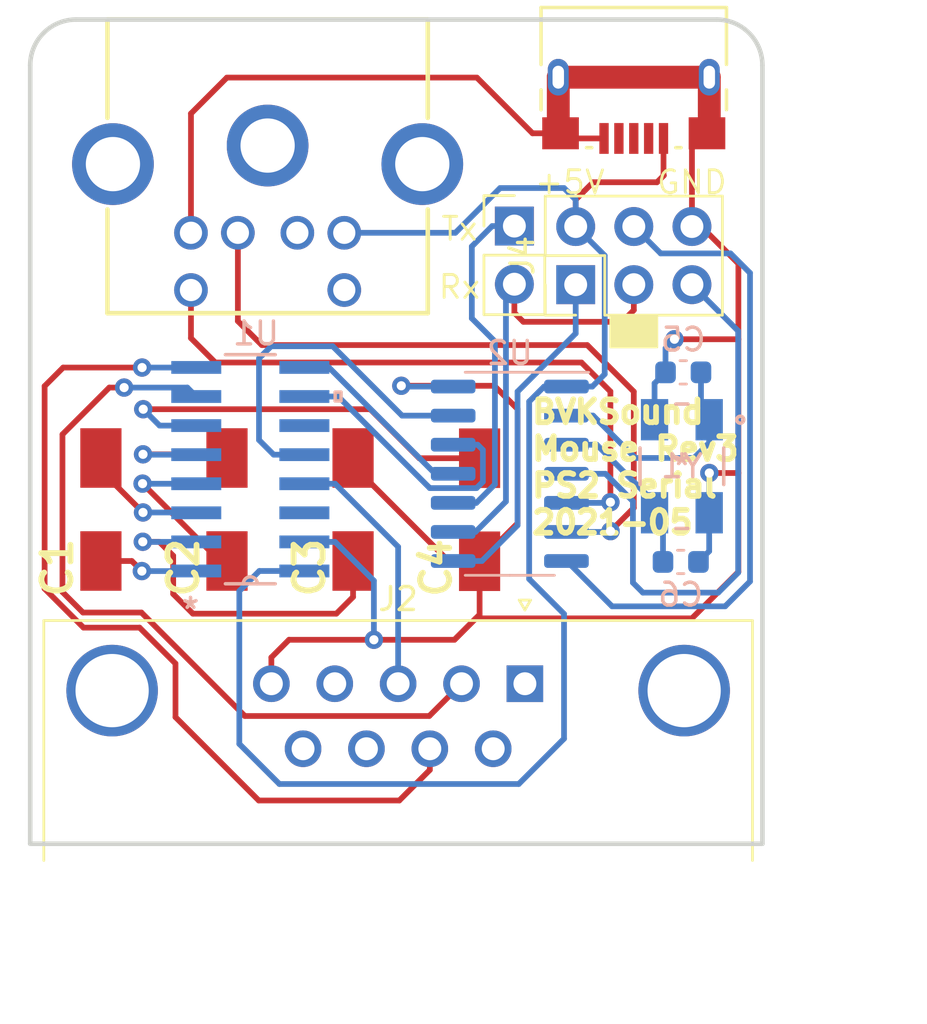
<source format=kicad_pcb>
(kicad_pcb (version 20171130) (host pcbnew "(5.1.9)-1")

  (general
    (thickness 1.6)
    (drawings 11)
    (tracks 230)
    (zones 0)
    (modules 14)
    (nets 36)
  )

  (page A4)
  (layers
    (0 F.Cu signal)
    (31 B.Cu signal)
    (32 B.Adhes user hide)
    (33 F.Adhes user hide)
    (34 B.Paste user hide)
    (35 F.Paste user hide)
    (36 B.SilkS user)
    (37 F.SilkS user)
    (38 B.Mask user)
    (39 F.Mask user)
    (40 Dwgs.User user hide)
    (41 Cmts.User user hide)
    (42 Eco1.User user hide)
    (43 Eco2.User user hide)
    (44 Edge.Cuts user)
    (45 Margin user hide)
    (46 B.CrtYd user)
    (47 F.CrtYd user)
    (48 B.Fab user hide)
    (49 F.Fab user hide)
  )

  (setup
    (last_trace_width 0.25)
    (user_trace_width 0.5)
    (user_trace_width 0.75)
    (user_trace_width 1)
    (trace_clearance 0.2)
    (zone_clearance 0.508)
    (zone_45_only no)
    (trace_min 0.2)
    (via_size 0.8)
    (via_drill 0.4)
    (via_min_size 0.4)
    (via_min_drill 0.3)
    (uvia_size 0.3)
    (uvia_drill 0.1)
    (uvias_allowed no)
    (uvia_min_size 0.2)
    (uvia_min_drill 0.1)
    (edge_width 0.05)
    (segment_width 0.2)
    (pcb_text_width 0.3)
    (pcb_text_size 1.5 1.5)
    (mod_edge_width 0.12)
    (mod_text_size 1 1)
    (mod_text_width 0.15)
    (pad_size 1.524 1.524)
    (pad_drill 0.762)
    (pad_to_mask_clearance 0)
    (aux_axis_origin 0 0)
    (visible_elements 7FFFFFFF)
    (pcbplotparams
      (layerselection 0x010fc_ffffffff)
      (usegerberextensions false)
      (usegerberattributes true)
      (usegerberadvancedattributes true)
      (creategerberjobfile true)
      (excludeedgelayer true)
      (linewidth 0.100000)
      (plotframeref false)
      (viasonmask false)
      (mode 1)
      (useauxorigin false)
      (hpglpennumber 1)
      (hpglpenspeed 20)
      (hpglpendiameter 15.000000)
      (psnegative false)
      (psa4output false)
      (plotreference true)
      (plotvalue true)
      (plotinvisibletext false)
      (padsonsilk false)
      (subtractmaskfromsilk false)
      (outputformat 1)
      (mirror false)
      (drillshape 0)
      (scaleselection 1)
      (outputdirectory "../../GERBER/"))
  )

  (net 0 "")
  (net 1 "Net-(J1-Pad2)")
  (net 2 "Net-(J1-Pad1)")
  (net 3 "Net-(J1-Pad5)")
  (net 4 "Net-(J1-Pad6)")
  (net 5 "Net-(J2-Pad9)")
  (net 6 "Net-(J2-Pad8)")
  (net 7 "Net-(J2-Pad7)")
  (net 8 "Net-(J2-Pad6)")
  (net 9 "Net-(J2-Pad4)")
  (net 10 "Net-(J2-Pad3)")
  (net 11 "Net-(J2-Pad2)")
  (net 12 "Net-(J2-Pad1)")
  (net 13 "Net-(U1-Pad11)")
  (net 14 "Net-(U1-Pad14)")
  (net 15 "Net-(J3-Pad2)")
  (net 16 "Net-(J3-Pad3)")
  (net 17 "Net-(J3-Pad4)")
  (net 18 "Net-(C1-Pad1)")
  (net 19 "Net-(C1-Pad2)")
  (net 20 "Net-(C2-Pad1)")
  (net 21 "Net-(C2-Pad2)")
  (net 22 "Net-(C3-Pad1)")
  (net 23 "Net-(C4-Pad2)")
  (net 24 "Net-(J4-Pad5)")
  (net 25 "Net-(J4-Pad4)")
  (net 26 "Net-(J4-Pad3)")
  (net 27 "Net-(J4-Pad1)")
  (net 28 GND)
  (net 29 VCC)
  (net 30 "Net-(U1-Pad9)")
  (net 31 "Net-(U1-Pad10)")
  (net 32 "Net-(U1-Pad12)")
  (net 33 "Net-(J5-Pad1)")
  (net 34 "Net-(C5-Pad1)")
  (net 35 "Net-(C6-Pad1)")

  (net_class Default "This is the default net class."
    (clearance 0.2)
    (trace_width 0.25)
    (via_dia 0.8)
    (via_drill 0.4)
    (uvia_dia 0.3)
    (uvia_drill 0.1)
    (add_net GND)
    (add_net "Net-(C1-Pad1)")
    (add_net "Net-(C1-Pad2)")
    (add_net "Net-(C2-Pad1)")
    (add_net "Net-(C2-Pad2)")
    (add_net "Net-(C3-Pad1)")
    (add_net "Net-(C4-Pad2)")
    (add_net "Net-(C5-Pad1)")
    (add_net "Net-(C6-Pad1)")
    (add_net "Net-(J1-Pad1)")
    (add_net "Net-(J1-Pad2)")
    (add_net "Net-(J1-Pad5)")
    (add_net "Net-(J1-Pad6)")
    (add_net "Net-(J2-Pad1)")
    (add_net "Net-(J2-Pad2)")
    (add_net "Net-(J2-Pad3)")
    (add_net "Net-(J2-Pad4)")
    (add_net "Net-(J2-Pad6)")
    (add_net "Net-(J2-Pad7)")
    (add_net "Net-(J2-Pad8)")
    (add_net "Net-(J2-Pad9)")
    (add_net "Net-(J3-Pad2)")
    (add_net "Net-(J3-Pad3)")
    (add_net "Net-(J3-Pad4)")
    (add_net "Net-(J4-Pad1)")
    (add_net "Net-(J4-Pad3)")
    (add_net "Net-(J4-Pad4)")
    (add_net "Net-(J4-Pad5)")
    (add_net "Net-(J5-Pad1)")
    (add_net "Net-(U1-Pad10)")
    (add_net "Net-(U1-Pad11)")
    (add_net "Net-(U1-Pad12)")
    (add_net "Net-(U1-Pad14)")
    (add_net "Net-(U1-Pad9)")
    (add_net VCC)
  )

  (module Connector_PinHeader_2.54mm:PinHeader_2x03_P2.54mm_Vertical (layer F.Cu) (tedit 609586A9) (tstamp 60957F0E)
    (at 138.94 105.82 90)
    (descr "Through hole straight pin header, 2x03, 2.54mm pitch, double rows")
    (tags "Through hole pin header THT 2x03 2.54mm double row")
    (path /6060FCC4)
    (fp_text reference J4 (at 1.27 -2.33 90) (layer F.SilkS)
      (effects (font (size 1 1) (thickness 0.15)))
    )
    (fp_text value AVR-ISP-6 (at 1.27 7.41 90) (layer F.Fab)
      (effects (font (size 1 1) (thickness 0.15)))
    )
    (fp_text user %R (at 1.27 2.54 180) (layer F.Fab)
      (effects (font (size 1 1) (thickness 0.15)))
    )
    (fp_line (start 0 -1.27) (end 3.81 -1.27) (layer F.Fab) (width 0.1))
    (fp_line (start 3.81 -1.27) (end 3.81 6.35) (layer F.Fab) (width 0.1))
    (fp_line (start 3.81 6.35) (end -1.27 6.35) (layer F.Fab) (width 0.1))
    (fp_line (start -1.27 6.35) (end -1.27 0) (layer F.Fab) (width 0.1))
    (fp_line (start -1.27 0) (end 0 -1.27) (layer F.Fab) (width 0.1))
    (fp_line (start -1.33 6.41) (end 3.87 6.41) (layer F.SilkS) (width 0.12))
    (fp_line (start -1.33 1.27) (end -1.33 6.41) (layer F.SilkS) (width 0.12))
    (fp_line (start 3.87 -1.33) (end 3.87 6.41) (layer F.SilkS) (width 0.12))
    (fp_line (start -1.33 1.27) (end 1.27 1.27) (layer F.SilkS) (width 0.12))
    (fp_line (start 1.27 1.27) (end 1.27 -1.33) (layer F.SilkS) (width 0.12))
    (fp_line (start 1.27 -1.33) (end 3.87 -1.33) (layer F.SilkS) (width 0.12))
    (fp_line (start -1.33 0) (end -1.33 -1.33) (layer F.SilkS) (width 0.12))
    (fp_line (start -1.33 -1.33) (end 0 -1.33) (layer F.SilkS) (width 0.12))
    (fp_line (start -1.8 -1.8) (end -1.8 6.85) (layer F.CrtYd) (width 0.05))
    (fp_line (start -1.8 6.85) (end 4.35 6.85) (layer F.CrtYd) (width 0.05))
    (fp_line (start 4.35 6.85) (end 4.35 -1.8) (layer F.CrtYd) (width 0.05))
    (fp_line (start 4.35 -1.8) (end -1.8 -1.8) (layer F.CrtYd) (width 0.05))
    (fp_poly (pts (xy -1.3335 3.556) (xy -2.7305 3.556) (xy -2.7305 1.524) (xy -1.3335 1.524)) (layer F.SilkS) (width 0.1))
    (pad 6 thru_hole oval (at 2.54 5.08 90) (size 1.7 1.7) (drill 1) (layers *.Cu *.Mask)
      (net 28 GND))
    (pad 5 thru_hole oval (at 0 5.08 90) (size 1.7 1.7) (drill 1) (layers *.Cu *.Mask)
      (net 24 "Net-(J4-Pad5)"))
    (pad 4 thru_hole oval (at 2.54 2.54 90) (size 1.7 1.7) (drill 1) (layers *.Cu *.Mask)
      (net 25 "Net-(J4-Pad4)"))
    (pad 3 thru_hole oval (at 0 2.54 90) (size 1.7 1.7) (drill 1) (layers *.Cu *.Mask)
      (net 26 "Net-(J4-Pad3)"))
    (pad 2 thru_hole oval (at 2.54 0 90) (size 1.7 1.7) (drill 1) (layers *.Cu *.Mask)
      (net 29 VCC))
    (pad 1 thru_hole rect (at 0 0 90) (size 1.7 1.7) (drill 1) (layers *.Cu *.Mask)
      (net 27 "Net-(J4-Pad1)"))
    (model ${KISYS3DMOD}/Connector_PinHeader_2.54mm.3dshapes/PinHeader_2x03_P2.54mm_Vertical.wrl
      (at (xyz 0 0 0))
      (scale (xyz 1 1 1))
      (rotate (xyz 0 0 0))
    )
  )

  (module BVKSound:CAPAE430X550N (layer F.Cu) (tedit 60606C8A) (tstamp 60957DFA)
    (at 134.74 115.65 90)
    (descr B-1)
    (tags "Capacitor Polarised")
    (path /6060F3C9)
    (attr smd)
    (fp_text reference C4 (at -2.54 -1.905 90) (layer F.SilkS)
      (effects (font (size 1.27 1.27) (thickness 0.254)))
    )
    (fp_text value EEE-FC1V1R0R (at 0 0 90) (layer F.SilkS) hide
      (effects (font (size 1.27 1.27) (thickness 0.254)))
    )
    (fp_text user %R (at 0 0 90) (layer F.Fab)
      (effects (font (size 1.27 1.27) (thickness 0.254)))
    )
    (fp_line (start -4.05 -2.75) (end 4.05 -2.75) (layer F.CrtYd) (width 0.05))
    (fp_line (start 4.05 -2.75) (end 4.05 2.75) (layer F.CrtYd) (width 0.05))
    (fp_line (start 4.05 2.75) (end -4.05 2.75) (layer F.CrtYd) (width 0.05))
    (fp_line (start -4.05 2.75) (end -4.05 -2.75) (layer F.CrtYd) (width 0.05))
    (fp_line (start 2.15 -2.15) (end -1.075 -2.15) (layer F.Fab) (width 0.1))
    (fp_line (start -1.075 -2.15) (end -2.15 -1.075) (layer F.Fab) (width 0.1))
    (fp_line (start -2.15 -1.075) (end -2.15 1.075) (layer F.Fab) (width 0.1))
    (fp_line (start -2.15 1.075) (end -1.075 2.15) (layer F.Fab) (width 0.1))
    (fp_line (start -1.075 2.15) (end 2.15 2.15) (layer F.Fab) (width 0.1))
    (fp_line (start 2.15 2.15) (end 2.15 -2.15) (layer F.Fab) (width 0.1))
    (pad 1 smd rect (at -2.25 0 180) (size 1.8 2.6) (layers F.Cu F.Paste F.Mask)
      (net 28 GND))
    (pad 2 smd rect (at 2.25 0 180) (size 1.8 2.6) (layers F.Cu F.Paste F.Mask)
      (net 23 "Net-(C4-Pad2)"))
    (model EEE-FC1V1R0R.stp
      (at (xyz 0 0 0))
      (scale (xyz 1 1 1))
      (rotate (xyz 0 0 0))
    )
  )

  (module BVKSound:CAPAE430X550N (layer F.Cu) (tedit 60606C8A) (tstamp 60957DE9)
    (at 129.21 115.64 90)
    (descr B-1)
    (tags "Capacitor Polarised")
    (path /6060E74F)
    (attr smd)
    (fp_text reference C3 (at -2.54 -1.905 90) (layer F.SilkS)
      (effects (font (size 1.27 1.27) (thickness 0.254)))
    )
    (fp_text value EEE-FC1V1R0R (at 0 0 90) (layer F.SilkS) hide
      (effects (font (size 1.27 1.27) (thickness 0.254)))
    )
    (fp_text user %R (at 0 0 90) (layer F.Fab)
      (effects (font (size 1.27 1.27) (thickness 0.254)))
    )
    (fp_line (start -4.05 -2.75) (end 4.05 -2.75) (layer F.CrtYd) (width 0.05))
    (fp_line (start 4.05 -2.75) (end 4.05 2.75) (layer F.CrtYd) (width 0.05))
    (fp_line (start 4.05 2.75) (end -4.05 2.75) (layer F.CrtYd) (width 0.05))
    (fp_line (start -4.05 2.75) (end -4.05 -2.75) (layer F.CrtYd) (width 0.05))
    (fp_line (start 2.15 -2.15) (end -1.075 -2.15) (layer F.Fab) (width 0.1))
    (fp_line (start -1.075 -2.15) (end -2.15 -1.075) (layer F.Fab) (width 0.1))
    (fp_line (start -2.15 -1.075) (end -2.15 1.075) (layer F.Fab) (width 0.1))
    (fp_line (start -2.15 1.075) (end -1.075 2.15) (layer F.Fab) (width 0.1))
    (fp_line (start -1.075 2.15) (end 2.15 2.15) (layer F.Fab) (width 0.1))
    (fp_line (start 2.15 2.15) (end 2.15 -2.15) (layer F.Fab) (width 0.1))
    (pad 1 smd rect (at -2.25 0 180) (size 1.8 2.6) (layers F.Cu F.Paste F.Mask)
      (net 22 "Net-(C3-Pad1)"))
    (pad 2 smd rect (at 2.25 0 180) (size 1.8 2.6) (layers F.Cu F.Paste F.Mask)
      (net 28 GND))
    (model EEE-FC1V1R0R.stp
      (at (xyz 0 0 0))
      (scale (xyz 1 1 1))
      (rotate (xyz 0 0 0))
    )
  )

  (module BVKSound:CAPAE430X550N (layer F.Cu) (tedit 60606C8A) (tstamp 60957DD8)
    (at 123.7 115.64 90)
    (descr B-1)
    (tags "Capacitor Polarised")
    (path /6060DDEB)
    (attr smd)
    (fp_text reference C2 (at -2.54 -1.905 90) (layer F.SilkS)
      (effects (font (size 1.27 1.27) (thickness 0.254)))
    )
    (fp_text value EEE-FC1V1R0R (at 0 0 90) (layer F.SilkS) hide
      (effects (font (size 1.27 1.27) (thickness 0.254)))
    )
    (fp_text user %R (at 0 0 90) (layer F.Fab)
      (effects (font (size 1.27 1.27) (thickness 0.254)))
    )
    (fp_line (start -4.05 -2.75) (end 4.05 -2.75) (layer F.CrtYd) (width 0.05))
    (fp_line (start 4.05 -2.75) (end 4.05 2.75) (layer F.CrtYd) (width 0.05))
    (fp_line (start 4.05 2.75) (end -4.05 2.75) (layer F.CrtYd) (width 0.05))
    (fp_line (start -4.05 2.75) (end -4.05 -2.75) (layer F.CrtYd) (width 0.05))
    (fp_line (start 2.15 -2.15) (end -1.075 -2.15) (layer F.Fab) (width 0.1))
    (fp_line (start -1.075 -2.15) (end -2.15 -1.075) (layer F.Fab) (width 0.1))
    (fp_line (start -2.15 -1.075) (end -2.15 1.075) (layer F.Fab) (width 0.1))
    (fp_line (start -2.15 1.075) (end -1.075 2.15) (layer F.Fab) (width 0.1))
    (fp_line (start -1.075 2.15) (end 2.15 2.15) (layer F.Fab) (width 0.1))
    (fp_line (start 2.15 2.15) (end 2.15 -2.15) (layer F.Fab) (width 0.1))
    (pad 1 smd rect (at -2.25 0 180) (size 1.8 2.6) (layers F.Cu F.Paste F.Mask)
      (net 20 "Net-(C2-Pad1)"))
    (pad 2 smd rect (at 2.25 0 180) (size 1.8 2.6) (layers F.Cu F.Paste F.Mask)
      (net 21 "Net-(C2-Pad2)"))
    (model EEE-FC1V1R0R.stp
      (at (xyz 0 0 0))
      (scale (xyz 1 1 1))
      (rotate (xyz 0 0 0))
    )
  )

  (module BVKSound:CAPAE430X550N (layer F.Cu) (tedit 60606C8A) (tstamp 60957DC7)
    (at 118.19 115.64 90)
    (descr B-1)
    (tags "Capacitor Polarised")
    (path /6060D056)
    (attr smd)
    (fp_text reference C1 (at -2.54 -1.905 90) (layer F.SilkS)
      (effects (font (size 1.27 1.27) (thickness 0.254)))
    )
    (fp_text value EEE-FC1V1R0R (at 0 0 90) (layer F.SilkS) hide
      (effects (font (size 1.27 1.27) (thickness 0.254)))
    )
    (fp_text user %R (at 0 0 90) (layer F.Fab)
      (effects (font (size 1.27 1.27) (thickness 0.254)))
    )
    (fp_line (start -4.05 -2.75) (end 4.05 -2.75) (layer F.CrtYd) (width 0.05))
    (fp_line (start 4.05 -2.75) (end 4.05 2.75) (layer F.CrtYd) (width 0.05))
    (fp_line (start 4.05 2.75) (end -4.05 2.75) (layer F.CrtYd) (width 0.05))
    (fp_line (start -4.05 2.75) (end -4.05 -2.75) (layer F.CrtYd) (width 0.05))
    (fp_line (start 2.15 -2.15) (end -1.075 -2.15) (layer F.Fab) (width 0.1))
    (fp_line (start -1.075 -2.15) (end -2.15 -1.075) (layer F.Fab) (width 0.1))
    (fp_line (start -2.15 -1.075) (end -2.15 1.075) (layer F.Fab) (width 0.1))
    (fp_line (start -2.15 1.075) (end -1.075 2.15) (layer F.Fab) (width 0.1))
    (fp_line (start -1.075 2.15) (end 2.15 2.15) (layer F.Fab) (width 0.1))
    (fp_line (start 2.15 2.15) (end 2.15 -2.15) (layer F.Fab) (width 0.1))
    (pad 1 smd rect (at -2.25 0 180) (size 1.8 2.6) (layers F.Cu F.Paste F.Mask)
      (net 18 "Net-(C1-Pad1)"))
    (pad 2 smd rect (at 2.25 0 180) (size 1.8 2.6) (layers F.Cu F.Paste F.Mask)
      (net 19 "Net-(C1-Pad2)"))
    (model EEE-FC1V1R0R.stp
      (at (xyz 0 0 0))
      (scale (xyz 1 1 1))
      (rotate (xyz 0 0 0))
    )
  )

  (module BVKSound:ABM3B-20.000MHZ (layer B.Cu) (tedit 0) (tstamp 60957FCF)
    (at 143.58 113.75 180)
    (path /6097CFF1)
    (fp_text reference Y1 (at 0 0) (layer B.SilkS)
      (effects (font (size 1 1) (thickness 0.15)) (justify mirror))
    )
    (fp_text value ABM3B-20.000MHZ (at 0 0) (layer B.SilkS) hide
      (effects (font (size 1 1) (thickness 0.15)) (justify mirror))
    )
    (fp_text user "Copyright 2016 Accelerated Designs. All rights reserved." (at 0 0) (layer Cmts.User)
      (effects (font (size 0.127 0.127) (thickness 0.002)))
    )
    (fp_text user * (at 0 0) (layer B.SilkS)
      (effects (font (size 1 1) (thickness 0.15)) (justify mirror))
    )
    (fp_text user * (at 0 0) (layer B.Fab)
      (effects (font (size 1 1) (thickness 0.15)) (justify mirror))
    )
    (fp_text user 0.047in/1.194mm (at -1.1938 5.6388) (layer Dwgs.User)
      (effects (font (size 1 1) (thickness 0.15)))
    )
    (fp_text user 0.16in/4.064mm (at -4.2418 0) (layer Dwgs.User)
      (effects (font (size 1 1) (thickness 0.15)))
    )
    (fp_text user 0.094in/2.388mm (at 0 -5.08) (layer Dwgs.User)
      (effects (font (size 1 1) (thickness 0.15)))
    )
    (fp_text user 0.071in/1.803mm (at 4.2418 2.032) (layer Dwgs.User)
      (effects (font (size 1 1) (thickness 0.15)))
    )
    (fp_arc (start 0 2.5908) (end 0.3048 2.5908) (angle -180) (layer B.Fab) (width 0.1524))
    (fp_line (start -0.26416 -2.7178) (end 0.26416 -2.7178) (layer B.SilkS) (width 0.1524))
    (fp_line (start 1.8288 -0.799748) (end 1.8288 0.799748) (layer B.SilkS) (width 0.1524))
    (fp_line (start 0.26416 2.7178) (end -0.26416 2.7178) (layer B.SilkS) (width 0.1524))
    (fp_line (start -1.8288 0.799748) (end -1.8288 -0.799748) (layer B.SilkS) (width 0.1524))
    (fp_line (start -1.7018 -2.5908) (end 1.7018 -2.5908) (layer B.Fab) (width 0.1524))
    (fp_line (start 1.7018 -2.5908) (end 1.7018 2.5908) (layer B.Fab) (width 0.1524))
    (fp_line (start 1.7018 2.5908) (end -1.7018 2.5908) (layer B.Fab) (width 0.1524))
    (fp_line (start -1.7018 2.5908) (end -1.7018 -2.5908) (layer B.Fab) (width 0.1524))
    (fp_line (start -2.0447 -2.8448) (end -2.0447 2.8448) (layer B.CrtYd) (width 0.1524))
    (fp_line (start -2.0447 2.8448) (end 2.0447 2.8448) (layer B.CrtYd) (width 0.1524))
    (fp_line (start 2.0447 2.8448) (end 2.0447 -2.8448) (layer B.CrtYd) (width 0.1524))
    (fp_line (start 2.0447 -2.8448) (end -2.0447 -2.8448) (layer B.CrtYd) (width 0.1524))
    (fp_circle (center -2.5527 2.032) (end -2.4003 2.032) (layer B.SilkS) (width 0.1524))
    (fp_circle (center -1.1557 2.032) (end -1.0287 2.032) (layer B.Fab) (width 0.1524))
    (pad 1 smd rect (at -1.1938 2.032 180) (size 1.1938 1.8034) (layers B.Cu B.Paste B.Mask)
      (net 34 "Net-(C5-Pad1)"))
    (pad 2 smd rect (at -1.1938 -2.032 180) (size 1.1938 1.8034) (layers B.Cu B.Paste B.Mask)
      (net 28 GND))
    (pad 3 smd rect (at 1.1938 -2.032 180) (size 1.1938 1.8034) (layers B.Cu B.Paste B.Mask)
      (net 35 "Net-(C6-Pad1)"))
    (pad 4 smd rect (at 1.1938 2.032 180) (size 1.1938 1.8034) (layers B.Cu B.Paste B.Mask)
      (net 28 GND))
  )

  (module Package_SO:SOIC-14_3.9x8.7mm_P1.27mm (layer B.Cu) (tedit 5D9F72B1) (tstamp 60957FB1)
    (at 136.06 114.08 180)
    (descr "SOIC, 14 Pin (JEDEC MS-012AB, https://www.analog.com/media/en/package-pcb-resources/package/pkg_pdf/soic_narrow-r/r_14.pdf), generated with kicad-footprint-generator ipc_gullwing_generator.py")
    (tags "SOIC SO")
    (path /60945B5B)
    (attr smd)
    (fp_text reference U2 (at 0 5.28) (layer B.SilkS)
      (effects (font (size 1 1) (thickness 0.15)) (justify mirror))
    )
    (fp_text value ATtiny84-20SSU (at 0 -5.28) (layer B.Fab)
      (effects (font (size 1 1) (thickness 0.15)) (justify mirror))
    )
    (fp_text user %R (at 0 0) (layer B.Fab)
      (effects (font (size 0.98 0.98) (thickness 0.15)) (justify mirror))
    )
    (fp_line (start 0 -4.435) (end 1.95 -4.435) (layer B.SilkS) (width 0.12))
    (fp_line (start 0 -4.435) (end -1.95 -4.435) (layer B.SilkS) (width 0.12))
    (fp_line (start 0 4.435) (end 1.95 4.435) (layer B.SilkS) (width 0.12))
    (fp_line (start 0 4.435) (end -3.45 4.435) (layer B.SilkS) (width 0.12))
    (fp_line (start -0.975 4.325) (end 1.95 4.325) (layer B.Fab) (width 0.1))
    (fp_line (start 1.95 4.325) (end 1.95 -4.325) (layer B.Fab) (width 0.1))
    (fp_line (start 1.95 -4.325) (end -1.95 -4.325) (layer B.Fab) (width 0.1))
    (fp_line (start -1.95 -4.325) (end -1.95 3.35) (layer B.Fab) (width 0.1))
    (fp_line (start -1.95 3.35) (end -0.975 4.325) (layer B.Fab) (width 0.1))
    (fp_line (start -3.7 4.58) (end -3.7 -4.58) (layer B.CrtYd) (width 0.05))
    (fp_line (start -3.7 -4.58) (end 3.7 -4.58) (layer B.CrtYd) (width 0.05))
    (fp_line (start 3.7 -4.58) (end 3.7 4.58) (layer B.CrtYd) (width 0.05))
    (fp_line (start 3.7 4.58) (end -3.7 4.58) (layer B.CrtYd) (width 0.05))
    (pad 14 smd roundrect (at 2.475 3.81 180) (size 1.95 0.6) (layers B.Cu B.Paste B.Mask) (roundrect_rratio 0.25)
      (net 28 GND))
    (pad 13 smd roundrect (at 2.475 2.54 180) (size 1.95 0.6) (layers B.Cu B.Paste B.Mask) (roundrect_rratio 0.25)
      (net 32 "Net-(U1-Pad12)"))
    (pad 12 smd roundrect (at 2.475 1.27 180) (size 1.95 0.6) (layers B.Cu B.Paste B.Mask) (roundrect_rratio 0.25)
      (net 31 "Net-(U1-Pad10)"))
    (pad 11 smd roundrect (at 2.475 0 180) (size 1.95 0.6) (layers B.Cu B.Paste B.Mask) (roundrect_rratio 0.25)
      (net 30 "Net-(U1-Pad9)"))
    (pad 10 smd roundrect (at 2.475 -1.27 180) (size 1.95 0.6) (layers B.Cu B.Paste B.Mask) (roundrect_rratio 0.25)
      (net 33 "Net-(J5-Pad1)"))
    (pad 9 smd roundrect (at 2.475 -2.54 180) (size 1.95 0.6) (layers B.Cu B.Paste B.Mask) (roundrect_rratio 0.25)
      (net 26 "Net-(J4-Pad3)"))
    (pad 8 smd roundrect (at 2.475 -3.81 180) (size 1.95 0.6) (layers B.Cu B.Paste B.Mask) (roundrect_rratio 0.25)
      (net 27 "Net-(J4-Pad1)"))
    (pad 7 smd roundrect (at -2.475 -3.81 180) (size 1.95 0.6) (layers B.Cu B.Paste B.Mask) (roundrect_rratio 0.25)
      (net 25 "Net-(J4-Pad4)"))
    (pad 6 smd roundrect (at -2.475 -2.54 180) (size 1.95 0.6) (layers B.Cu B.Paste B.Mask) (roundrect_rratio 0.25)
      (net 2 "Net-(J1-Pad1)"))
    (pad 5 smd roundrect (at -2.475 -1.27 180) (size 1.95 0.6) (layers B.Cu B.Paste B.Mask) (roundrect_rratio 0.25)
      (net 3 "Net-(J1-Pad5)"))
    (pad 4 smd roundrect (at -2.475 0 180) (size 1.95 0.6) (layers B.Cu B.Paste B.Mask) (roundrect_rratio 0.25)
      (net 24 "Net-(J4-Pad5)"))
    (pad 3 smd roundrect (at -2.475 1.27 180) (size 1.95 0.6) (layers B.Cu B.Paste B.Mask) (roundrect_rratio 0.25)
      (net 35 "Net-(C6-Pad1)"))
    (pad 2 smd roundrect (at -2.475 2.54 180) (size 1.95 0.6) (layers B.Cu B.Paste B.Mask) (roundrect_rratio 0.25)
      (net 34 "Net-(C5-Pad1)"))
    (pad 1 smd roundrect (at -2.475 3.81 180) (size 1.95 0.6) (layers B.Cu B.Paste B.Mask) (roundrect_rratio 0.25)
      (net 29 VCC))
    (model ${KISYS3DMOD}/Package_SO.3dshapes/SOIC-14_3.9x8.7mm_P1.27mm.wrl
      (at (xyz 0 0 0))
      (scale (xyz 1 1 1))
      (rotate (xyz 0 0 0))
    )
  )

  (module BVKSound:MAX232DR (layer B.Cu) (tedit 0) (tstamp 60957F91)
    (at 124.72 113.88)
    (path /605FC6B2)
    (fp_text reference U1 (at 0.248 -5.93) (layer B.SilkS)
      (effects (font (size 1 1) (thickness 0.15)) (justify mirror))
    )
    (fp_text value MAX232DR (at 0 0) (layer B.SilkS) hide
      (effects (font (size 1 1) (thickness 0.15)) (justify mirror))
    )
    (fp_text user "Copyright 2016 Accelerated Designs. All rights reserved." (at 0 0) (layer Cmts.User)
      (effects (font (size 0.127 0.127) (thickness 0.002)))
    )
    (fp_text user * (at -2.6162 6.1468) (layer B.SilkS)
      (effects (font (size 1 1) (thickness 0.15)) (justify mirror))
    )
    (fp_text user * (at -2.6162 6.1468) (layer B.Fab)
      (effects (font (size 1 1) (thickness 0.15)) (justify mirror))
    )
    (fp_text user .05in/1.27mm (at -5.4102 3.81) (layer Dwgs.User)
      (effects (font (size 1 1) (thickness 0.15)))
    )
    (fp_text user .022in/.559mm (at 5.4102 4.445) (layer Dwgs.User)
      (effects (font (size 1 1) (thickness 0.15)))
    )
    (fp_text user .186in/4.724mm (at 0 7.4168) (layer Dwgs.User)
      (effects (font (size 1 1) (thickness 0.15)))
    )
    (fp_text user .086in/2.184mm (at -2.3622 -7.4168) (layer Dwgs.User)
      (effects (font (size 1 1) (thickness 0.15)))
    )
    (fp_text user * (at -2.6162 6.1468) (layer B.Fab)
      (effects (font (size 1 1) (thickness 0.15)) (justify mirror))
    )
    (fp_text user * (at -2.6162 6.1468) (layer B.SilkS)
      (effects (font (size 1 1) (thickness 0.15)) (justify mirror))
    )
    (fp_arc (start 0 5.0038) (end 0.3048 5.0038) (angle -180) (layer B.SilkS) (width 0.1524))
    (fp_arc (start 0 5.0038) (end 0.3048 5.0038) (angle -180) (layer B.Fab) (width 0.1524))
    (fp_line (start -1.9939 4.191) (end -1.9939 4.699) (layer B.Fab) (width 0.1524))
    (fp_line (start -1.9939 4.699) (end -3.0988 4.699) (layer B.Fab) (width 0.1524))
    (fp_line (start -3.0988 4.699) (end -3.0988 4.191) (layer B.Fab) (width 0.1524))
    (fp_line (start -3.0988 4.191) (end -1.9939 4.191) (layer B.Fab) (width 0.1524))
    (fp_line (start -1.9939 2.921) (end -1.9939 3.429) (layer B.Fab) (width 0.1524))
    (fp_line (start -1.9939 3.429) (end -3.0988 3.429) (layer B.Fab) (width 0.1524))
    (fp_line (start -3.0988 3.429) (end -3.0988 2.921) (layer B.Fab) (width 0.1524))
    (fp_line (start -3.0988 2.921) (end -1.9939 2.921) (layer B.Fab) (width 0.1524))
    (fp_line (start -1.9939 1.651) (end -1.9939 2.159) (layer B.Fab) (width 0.1524))
    (fp_line (start -1.9939 2.159) (end -3.0988 2.159) (layer B.Fab) (width 0.1524))
    (fp_line (start -3.0988 2.159) (end -3.0988 1.651) (layer B.Fab) (width 0.1524))
    (fp_line (start -3.0988 1.651) (end -1.9939 1.651) (layer B.Fab) (width 0.1524))
    (fp_line (start -1.9939 0.381) (end -1.9939 0.889) (layer B.Fab) (width 0.1524))
    (fp_line (start -1.9939 0.889) (end -3.0988 0.889) (layer B.Fab) (width 0.1524))
    (fp_line (start -3.0988 0.889) (end -3.0988 0.381) (layer B.Fab) (width 0.1524))
    (fp_line (start -3.0988 0.381) (end -1.9939 0.381) (layer B.Fab) (width 0.1524))
    (fp_line (start -1.9939 -0.889) (end -1.9939 -0.381) (layer B.Fab) (width 0.1524))
    (fp_line (start -1.9939 -0.381) (end -3.0988 -0.381) (layer B.Fab) (width 0.1524))
    (fp_line (start -3.0988 -0.381) (end -3.0988 -0.889) (layer B.Fab) (width 0.1524))
    (fp_line (start -3.0988 -0.889) (end -1.9939 -0.889) (layer B.Fab) (width 0.1524))
    (fp_line (start -1.9939 -2.159) (end -1.9939 -1.651) (layer B.Fab) (width 0.1524))
    (fp_line (start -1.9939 -1.651) (end -3.0988 -1.651) (layer B.Fab) (width 0.1524))
    (fp_line (start -3.0988 -1.651) (end -3.0988 -2.159) (layer B.Fab) (width 0.1524))
    (fp_line (start -3.0988 -2.159) (end -1.9939 -2.159) (layer B.Fab) (width 0.1524))
    (fp_line (start -1.9939 -3.429) (end -1.9939 -2.921) (layer B.Fab) (width 0.1524))
    (fp_line (start -1.9939 -2.921) (end -3.0988 -2.921) (layer B.Fab) (width 0.1524))
    (fp_line (start -3.0988 -2.921) (end -3.0988 -3.429) (layer B.Fab) (width 0.1524))
    (fp_line (start -3.0988 -3.429) (end -1.9939 -3.429) (layer B.Fab) (width 0.1524))
    (fp_line (start -1.9939 -4.699) (end -1.9939 -4.191) (layer B.Fab) (width 0.1524))
    (fp_line (start -1.9939 -4.191) (end -3.0988 -4.191) (layer B.Fab) (width 0.1524))
    (fp_line (start -3.0988 -4.191) (end -3.0988 -4.699) (layer B.Fab) (width 0.1524))
    (fp_line (start -3.0988 -4.699) (end -1.9939 -4.699) (layer B.Fab) (width 0.1524))
    (fp_line (start 1.9939 -4.191) (end 1.9939 -4.699) (layer B.Fab) (width 0.1524))
    (fp_line (start 1.9939 -4.699) (end 3.0988 -4.699) (layer B.Fab) (width 0.1524))
    (fp_line (start 3.0988 -4.699) (end 3.0988 -4.191) (layer B.Fab) (width 0.1524))
    (fp_line (start 3.0988 -4.191) (end 1.9939 -4.191) (layer B.Fab) (width 0.1524))
    (fp_line (start 1.9939 -2.921) (end 1.9939 -3.429) (layer B.Fab) (width 0.1524))
    (fp_line (start 1.9939 -3.429) (end 3.0988 -3.429) (layer B.Fab) (width 0.1524))
    (fp_line (start 3.0988 -3.429) (end 3.0988 -2.921) (layer B.Fab) (width 0.1524))
    (fp_line (start 3.0988 -2.921) (end 1.9939 -2.921) (layer B.Fab) (width 0.1524))
    (fp_line (start 1.9939 -1.651) (end 1.9939 -2.159) (layer B.Fab) (width 0.1524))
    (fp_line (start 1.9939 -2.159) (end 3.0988 -2.159) (layer B.Fab) (width 0.1524))
    (fp_line (start 3.0988 -2.159) (end 3.0988 -1.651) (layer B.Fab) (width 0.1524))
    (fp_line (start 3.0988 -1.651) (end 1.9939 -1.651) (layer B.Fab) (width 0.1524))
    (fp_line (start 1.9939 -0.381) (end 1.9939 -0.889) (layer B.Fab) (width 0.1524))
    (fp_line (start 1.9939 -0.889) (end 3.0988 -0.889) (layer B.Fab) (width 0.1524))
    (fp_line (start 3.0988 -0.889) (end 3.0988 -0.381) (layer B.Fab) (width 0.1524))
    (fp_line (start 3.0988 -0.381) (end 1.9939 -0.381) (layer B.Fab) (width 0.1524))
    (fp_line (start 1.9939 0.889) (end 1.9939 0.381) (layer B.Fab) (width 0.1524))
    (fp_line (start 1.9939 0.381) (end 3.0988 0.381) (layer B.Fab) (width 0.1524))
    (fp_line (start 3.0988 0.381) (end 3.0988 0.889) (layer B.Fab) (width 0.1524))
    (fp_line (start 3.0988 0.889) (end 1.9939 0.889) (layer B.Fab) (width 0.1524))
    (fp_line (start 1.9939 2.159) (end 1.9939 1.651) (layer B.Fab) (width 0.1524))
    (fp_line (start 1.9939 1.651) (end 3.0988 1.651) (layer B.Fab) (width 0.1524))
    (fp_line (start 3.0988 1.651) (end 3.0988 2.159) (layer B.Fab) (width 0.1524))
    (fp_line (start 3.0988 2.159) (end 1.9939 2.159) (layer B.Fab) (width 0.1524))
    (fp_line (start 1.9939 3.429) (end 1.9939 2.921) (layer B.Fab) (width 0.1524))
    (fp_line (start 1.9939 2.921) (end 3.0988 2.921) (layer B.Fab) (width 0.1524))
    (fp_line (start 3.0988 2.921) (end 3.0988 3.429) (layer B.Fab) (width 0.1524))
    (fp_line (start 3.0988 3.429) (end 1.9939 3.429) (layer B.Fab) (width 0.1524))
    (fp_line (start 1.9939 4.699) (end 1.9939 4.191) (layer B.Fab) (width 0.1524))
    (fp_line (start 1.9939 4.191) (end 3.0988 4.191) (layer B.Fab) (width 0.1524))
    (fp_line (start 3.0988 4.191) (end 3.0988 4.699) (layer B.Fab) (width 0.1524))
    (fp_line (start 3.0988 4.699) (end 1.9939 4.699) (layer B.Fab) (width 0.1524))
    (fp_line (start -1.089303 -5.0038) (end 1.089303 -5.0038) (layer B.SilkS) (width 0.1524))
    (fp_line (start 1.089303 5.0038) (end -1.089303 5.0038) (layer B.SilkS) (width 0.1524))
    (fp_line (start -1.9939 -5.0038) (end 1.9939 -5.0038) (layer B.Fab) (width 0.1524))
    (fp_line (start 1.9939 -5.0038) (end 1.9939 5.0038) (layer B.Fab) (width 0.1524))
    (fp_line (start 1.9939 5.0038) (end -1.9939 5.0038) (layer B.Fab) (width 0.1524))
    (fp_line (start -1.9939 5.0038) (end -1.9939 -5.0038) (layer B.Fab) (width 0.1524))
    (fp_line (start 3.9624 -2.9845) (end 3.9624 -3.3655) (layer B.SilkS) (width 0.1524))
    (fp_line (start 3.9624 -3.3655) (end 3.7084 -3.3655) (layer B.SilkS) (width 0.1524))
    (fp_line (start 3.7084 -3.3655) (end 3.7084 -2.9845) (layer B.SilkS) (width 0.1524))
    (fp_line (start 3.7084 -2.9845) (end 3.9624 -2.9845) (layer B.SilkS) (width 0.1524))
    (fp_line (start -3.7084 -5.2578) (end -3.7084 5.2578) (layer B.CrtYd) (width 0.1524))
    (fp_line (start -3.7084 5.2578) (end 3.7084 5.2578) (layer B.CrtYd) (width 0.1524))
    (fp_line (start 3.7084 5.2578) (end 3.7084 -5.2578) (layer B.CrtYd) (width 0.1524))
    (fp_line (start 3.7084 -5.2578) (end -3.7084 -5.2578) (layer B.CrtYd) (width 0.1524))
    (pad 1 smd rect (at -2.3622 4.445) (size 2.1844 0.5588) (layers B.Cu B.Paste B.Mask)
      (net 18 "Net-(C1-Pad1)"))
    (pad 2 smd rect (at -2.3622 3.175) (size 2.1844 0.5588) (layers B.Cu B.Paste B.Mask)
      (net 22 "Net-(C3-Pad1)"))
    (pad 3 smd rect (at -2.3622 1.905) (size 2.1844 0.5588) (layers B.Cu B.Paste B.Mask)
      (net 19 "Net-(C1-Pad2)"))
    (pad 4 smd rect (at -2.3622 0.635) (size 2.1844 0.5588) (layers B.Cu B.Paste B.Mask)
      (net 20 "Net-(C2-Pad1)"))
    (pad 5 smd rect (at -2.3622 -0.635) (size 2.1844 0.5588) (layers B.Cu B.Paste B.Mask)
      (net 21 "Net-(C2-Pad2)"))
    (pad 6 smd rect (at -2.3622 -1.905) (size 2.1844 0.5588) (layers B.Cu B.Paste B.Mask)
      (net 23 "Net-(C4-Pad2)"))
    (pad 7 smd rect (at -2.3622 -3.175) (size 2.1844 0.5588) (layers B.Cu B.Paste B.Mask)
      (net 11 "Net-(J2-Pad2)"))
    (pad 8 smd rect (at -2.3622 -4.445) (size 2.1844 0.5588) (layers B.Cu B.Paste B.Mask)
      (net 7 "Net-(J2-Pad7)"))
    (pad 9 smd rect (at 2.3622 -4.445) (size 2.1844 0.5588) (layers B.Cu B.Paste B.Mask)
      (net 30 "Net-(U1-Pad9)"))
    (pad 10 smd rect (at 2.3622 -3.175) (size 2.1844 0.5588) (layers B.Cu B.Paste B.Mask)
      (net 31 "Net-(U1-Pad10)"))
    (pad 11 smd rect (at 2.3622 -1.905) (size 2.1844 0.5588) (layers B.Cu B.Paste B.Mask)
      (net 13 "Net-(U1-Pad11)"))
    (pad 12 smd rect (at 2.3622 -0.635) (size 2.1844 0.5588) (layers B.Cu B.Paste B.Mask)
      (net 32 "Net-(U1-Pad12)"))
    (pad 13 smd rect (at 2.3622 0.635) (size 2.1844 0.5588) (layers B.Cu B.Paste B.Mask)
      (net 10 "Net-(J2-Pad3)"))
    (pad 14 smd rect (at 2.3622 1.905) (size 2.1844 0.5588) (layers B.Cu B.Paste B.Mask)
      (net 14 "Net-(U1-Pad14)"))
    (pad 15 smd rect (at 2.3622 3.175) (size 2.1844 0.5588) (layers B.Cu B.Paste B.Mask)
      (net 28 GND))
    (pad 16 smd rect (at 2.3622 4.445) (size 2.1844 0.5588) (layers B.Cu B.Paste B.Mask)
      (net 29 VCC))
  )

  (module Connector_PinHeader_2.54mm:PinHeader_1x02_P2.54mm_Vertical (layer F.Cu) (tedit 59FED5CC) (tstamp 60957F24)
    (at 136.26 103.26)
    (descr "Through hole straight pin header, 1x02, 2.54mm pitch, single row")
    (tags "Through hole pin header THT 1x02 2.54mm single row")
    (path /60979680)
    (fp_text reference J5 (at -2.402 0.118) (layer F.SilkS) hide
      (effects (font (size 1 1) (thickness 0.15)))
    )
    (fp_text value Conn_01x02_Male (at 0 4.87) (layer F.Fab)
      (effects (font (size 1 1) (thickness 0.15)))
    )
    (fp_text user %R (at 0 1.27 90) (layer F.Fab)
      (effects (font (size 1 1) (thickness 0.15)))
    )
    (fp_line (start -0.635 -1.27) (end 1.27 -1.27) (layer F.Fab) (width 0.1))
    (fp_line (start 1.27 -1.27) (end 1.27 3.81) (layer F.Fab) (width 0.1))
    (fp_line (start 1.27 3.81) (end -1.27 3.81) (layer F.Fab) (width 0.1))
    (fp_line (start -1.27 3.81) (end -1.27 -0.635) (layer F.Fab) (width 0.1))
    (fp_line (start -1.27 -0.635) (end -0.635 -1.27) (layer F.Fab) (width 0.1))
    (fp_line (start -1.33 3.87) (end 1.33 3.87) (layer F.SilkS) (width 0.12))
    (fp_line (start -1.33 1.27) (end -1.33 3.87) (layer F.SilkS) (width 0.12))
    (fp_line (start 1.33 1.27) (end 1.33 3.87) (layer F.SilkS) (width 0.12))
    (fp_line (start -1.33 1.27) (end 1.33 1.27) (layer F.SilkS) (width 0.12))
    (fp_line (start -1.33 0) (end -1.33 -1.33) (layer F.SilkS) (width 0.12))
    (fp_line (start -1.33 -1.33) (end 0 -1.33) (layer F.SilkS) (width 0.12))
    (fp_line (start -1.8 -1.8) (end -1.8 4.35) (layer F.CrtYd) (width 0.05))
    (fp_line (start -1.8 4.35) (end 1.8 4.35) (layer F.CrtYd) (width 0.05))
    (fp_line (start 1.8 4.35) (end 1.8 -1.8) (layer F.CrtYd) (width 0.05))
    (fp_line (start 1.8 -1.8) (end -1.8 -1.8) (layer F.CrtYd) (width 0.05))
    (pad 2 thru_hole oval (at 0 2.54) (size 1.7 1.7) (drill 1) (layers *.Cu *.Mask)
      (net 26 "Net-(J4-Pad3)"))
    (pad 1 thru_hole rect (at 0 0) (size 1.7 1.7) (drill 1) (layers *.Cu *.Mask)
      (net 33 "Net-(J5-Pad1)"))
    (model ${KISYS3DMOD}/Connector_PinHeader_2.54mm.3dshapes/PinHeader_1x02_P2.54mm_Vertical.wrl
      (at (xyz 0 0 0))
      (scale (xyz 1 1 1))
      (rotate (xyz 0 0 0))
    )
  )

  (module Capacitor_SMD:C_0603_1608Metric (layer B.Cu) (tedit 5F68FEEE) (tstamp 60957E1C)
    (at 143.53 117.93)
    (descr "Capacitor SMD 0603 (1608 Metric), square (rectangular) end terminal, IPC_7351 nominal, (Body size source: IPC-SM-782 page 76, https://www.pcb-3d.com/wordpress/wp-content/uploads/ipc-sm-782a_amendment_1_and_2.pdf), generated with kicad-footprint-generator")
    (tags capacitor)
    (path /609818E0)
    (attr smd)
    (fp_text reference C6 (at 0 1.43) (layer B.SilkS)
      (effects (font (size 1 1) (thickness 0.15)) (justify mirror))
    )
    (fp_text value 22nF (at 0 -1.43) (layer B.Fab)
      (effects (font (size 1 1) (thickness 0.15)) (justify mirror))
    )
    (fp_text user %R (at 0 0) (layer B.Fab)
      (effects (font (size 0.4 0.4) (thickness 0.06)) (justify mirror))
    )
    (fp_line (start -0.8 -0.4) (end -0.8 0.4) (layer B.Fab) (width 0.1))
    (fp_line (start -0.8 0.4) (end 0.8 0.4) (layer B.Fab) (width 0.1))
    (fp_line (start 0.8 0.4) (end 0.8 -0.4) (layer B.Fab) (width 0.1))
    (fp_line (start 0.8 -0.4) (end -0.8 -0.4) (layer B.Fab) (width 0.1))
    (fp_line (start -0.14058 0.51) (end 0.14058 0.51) (layer B.SilkS) (width 0.12))
    (fp_line (start -0.14058 -0.51) (end 0.14058 -0.51) (layer B.SilkS) (width 0.12))
    (fp_line (start -1.48 -0.73) (end -1.48 0.73) (layer B.CrtYd) (width 0.05))
    (fp_line (start -1.48 0.73) (end 1.48 0.73) (layer B.CrtYd) (width 0.05))
    (fp_line (start 1.48 0.73) (end 1.48 -0.73) (layer B.CrtYd) (width 0.05))
    (fp_line (start 1.48 -0.73) (end -1.48 -0.73) (layer B.CrtYd) (width 0.05))
    (pad 2 smd roundrect (at 0.775 0) (size 0.9 0.95) (layers B.Cu B.Paste B.Mask) (roundrect_rratio 0.25)
      (net 28 GND))
    (pad 1 smd roundrect (at -0.775 0) (size 0.9 0.95) (layers B.Cu B.Paste B.Mask) (roundrect_rratio 0.25)
      (net 35 "Net-(C6-Pad1)"))
    (model ${KISYS3DMOD}/Capacitor_SMD.3dshapes/C_0603_1608Metric.wrl
      (at (xyz 0 0 0))
      (scale (xyz 1 1 1))
      (rotate (xyz 0 0 0))
    )
  )

  (module Capacitor_SMD:C_0603_1608Metric (layer B.Cu) (tedit 5F68FEEE) (tstamp 60957E0B)
    (at 143.64 109.65 180)
    (descr "Capacitor SMD 0603 (1608 Metric), square (rectangular) end terminal, IPC_7351 nominal, (Body size source: IPC-SM-782 page 76, https://www.pcb-3d.com/wordpress/wp-content/uploads/ipc-sm-782a_amendment_1_and_2.pdf), generated with kicad-footprint-generator")
    (tags capacitor)
    (path /6097FE0A)
    (attr smd)
    (fp_text reference C5 (at 0 1.43) (layer B.SilkS)
      (effects (font (size 1 1) (thickness 0.15)) (justify mirror))
    )
    (fp_text value 22nF (at 0 -1.43) (layer B.Fab)
      (effects (font (size 1 1) (thickness 0.15)) (justify mirror))
    )
    (fp_text user %R (at 0 0) (layer B.Fab)
      (effects (font (size 0.4 0.4) (thickness 0.06)) (justify mirror))
    )
    (fp_line (start -0.8 -0.4) (end -0.8 0.4) (layer B.Fab) (width 0.1))
    (fp_line (start -0.8 0.4) (end 0.8 0.4) (layer B.Fab) (width 0.1))
    (fp_line (start 0.8 0.4) (end 0.8 -0.4) (layer B.Fab) (width 0.1))
    (fp_line (start 0.8 -0.4) (end -0.8 -0.4) (layer B.Fab) (width 0.1))
    (fp_line (start -0.14058 0.51) (end 0.14058 0.51) (layer B.SilkS) (width 0.12))
    (fp_line (start -0.14058 -0.51) (end 0.14058 -0.51) (layer B.SilkS) (width 0.12))
    (fp_line (start -1.48 -0.73) (end -1.48 0.73) (layer B.CrtYd) (width 0.05))
    (fp_line (start -1.48 0.73) (end 1.48 0.73) (layer B.CrtYd) (width 0.05))
    (fp_line (start 1.48 0.73) (end 1.48 -0.73) (layer B.CrtYd) (width 0.05))
    (fp_line (start 1.48 -0.73) (end -1.48 -0.73) (layer B.CrtYd) (width 0.05))
    (pad 2 smd roundrect (at 0.775 0 180) (size 0.9 0.95) (layers B.Cu B.Paste B.Mask) (roundrect_rratio 0.25)
      (net 28 GND))
    (pad 1 smd roundrect (at -0.775 0 180) (size 0.9 0.95) (layers B.Cu B.Paste B.Mask) (roundrect_rratio 0.25)
      (net 34 "Net-(C5-Pad1)"))
    (model ${KISYS3DMOD}/Capacitor_SMD.3dshapes/C_0603_1608Metric.wrl
      (at (xyz 0 0 0))
      (scale (xyz 1 1 1))
      (rotate (xyz 0 0 0))
    )
  )

  (module BVKSound:5749180-1 (layer B.Cu) (tedit 60730A4B) (tstamp 6094C2E9)
    (at 125.476 94.234 180)
    (descr 5749180-1)
    (tags Connector)
    (path /605F82B3)
    (fp_text reference J1 (at -0.06 0.59) (layer B.SilkS) hide
      (effects (font (size 1 1) (thickness 0.15)) (justify mirror))
    )
    (fp_text value PS2_5749180-1 (at -0.22 -0.77) (layer B.SilkS) hide
      (effects (font (size 1 1) (thickness 0.15)) (justify mirror))
    )
    (fp_line (start -7 0) (end 7 0) (layer B.Fab) (width 0.2))
    (fp_line (start 7 0) (end 7 -12.83) (layer B.Fab) (width 0.2))
    (fp_line (start 7 -12.83) (end -7 -12.83) (layer B.Fab) (width 0.2))
    (fp_line (start -7 -12.83) (end -7 0) (layer B.Fab) (width 0.2))
    (fp_line (start -7 0) (end 7 0) (layer F.SilkS) (width 0.2))
    (fp_line (start 7 -12.83) (end -7 -12.83) (layer F.SilkS) (width 0.2))
    (fp_line (start -7 -12.83) (end -7 -8.3) (layer F.SilkS) (width 0.2))
    (fp_line (start -7 0) (end -7 -4.3) (layer F.SilkS) (width 0.2))
    (fp_line (start 7 0) (end 7 -4.3) (layer F.SilkS) (width 0.2))
    (fp_line (start 7 -12.83) (end 7 -8.3) (layer F.SilkS) (width 0.2))
    (fp_text user * (at 0 0) (layer B.Fab)
      (effects (font (size 1 1) (thickness 0.15)) (justify mirror))
    )
    (fp_text user "Copyright 2016 Accelerated Designs. All rights reserved." (at 0 0) (layer Cmts.User)
      (effects (font (size 0.127 0.127) (thickness 0.002)))
    )
    (fp_text user %R (at -0.399 -10.362) (layer B.Fab)
      (effects (font (size 1.27 1.27) (thickness 0.254)) (justify mirror))
    )
    (pad 1 thru_hole circle (at 1.3 -9.32 180) (size 1.47 1.47) (drill 0.97) (layers *.Cu *.Mask)
      (net 2 "Net-(J1-Pad1)"))
    (pad 2 thru_hole circle (at -1.3 -9.32 180) (size 1.47 1.47) (drill 0.97) (layers *.Cu *.Mask)
      (net 1 "Net-(J1-Pad2)"))
    (pad 3 thru_hole circle (at 3.35 -9.32 180) (size 1.47 1.47) (drill 0.97) (layers *.Cu *.Mask)
      (net 28 GND))
    (pad 4 thru_hole circle (at -3.35 -9.32 180) (size 1.47 1.47) (drill 0.97) (layers *.Cu *.Mask)
      (net 29 VCC))
    (pad 5 thru_hole circle (at 3.35 -11.82 180) (size 1.47 1.47) (drill 0.97) (layers *.Cu *.Mask)
      (net 3 "Net-(J1-Pad5)"))
    (pad 6 thru_hole circle (at -3.35 -11.82 180) (size 1.47 1.47) (drill 0.97) (layers *.Cu *.Mask)
      (net 4 "Net-(J1-Pad6)"))
    (pad 7 thru_hole circle (at -6.76 -6.32 180) (size 3.57 3.57) (drill 2.37) (layers *.Cu *.Mask))
    (pad 8 thru_hole circle (at 0 -5.51 180) (size 3.57 3.57) (drill 2.37) (layers *.Cu *.Mask))
    (pad 9 thru_hole circle (at 6.76 -6.32 180) (size 3.57 3.57) (drill 2.37) (layers *.Cu *.Mask))
    (model 5749180-1.stp
      (offset (xyz 0 -0.9200000028722876 6.489999673648245))
      (scale (xyz 1 1 1))
      (rotate (xyz -90 0 -180))
    )
  )

  (module BVKSound:10118193-0001LF (layer F.Cu) (tedit 606084B2) (tstamp 6060CBB0)
    (at 141.478 96.774 180)
    (path /6060772D)
    (fp_text reference J3 (at -4.572 -6.35) (layer F.SilkS) hide
      (effects (font (size 1 1) (thickness 0.15)))
    )
    (fp_text value "USB Micro_10118193-0001LF" (at -6.39 4.38) (layer F.SilkS) hide
      (effects (font (size 1 1) (thickness 0.15)))
    )
    (fp_circle (center -1.3 -4.563699) (end -0.919 -4.563699) (layer F.Fab) (width 0.1524))
    (fp_line (start 4.254101 -3.585799) (end -4.254101 -3.585799) (layer F.CrtYd) (width 0.1524))
    (fp_line (start 4.254101 3.1877) (end 4.254101 -3.585799) (layer F.CrtYd) (width 0.1524))
    (fp_line (start -4.254101 3.1877) (end 4.254101 3.1877) (layer F.CrtYd) (width 0.1524))
    (fp_line (start -4.254101 -3.585799) (end -4.254101 3.1877) (layer F.CrtYd) (width 0.1524))
    (fp_line (start 4.0513 -0.538417) (end 4.0513 -1.406421) (layer F.SilkS) (width 0.1524))
    (fp_line (start -4.0513 0.57102) (end -4.0513 3.0607) (layer F.SilkS) (width 0.1524))
    (fp_line (start -1.83594 -3.060699) (end -2.067161 -3.060699) (layer F.SilkS) (width 0.1524))
    (fp_line (start -3.9243 -2.933699) (end -3.9243 2.9337) (layer F.Fab) (width 0.1524))
    (fp_line (start 3.9243 -2.933699) (end -3.9243 -2.933699) (layer F.Fab) (width 0.1524))
    (fp_line (start 3.9243 2.9337) (end 3.9243 -2.933699) (layer F.Fab) (width 0.1524))
    (fp_line (start -3.9243 2.9337) (end 3.9243 2.9337) (layer F.Fab) (width 0.1524))
    (fp_line (start -4.0513 -1.406421) (end -4.0513 -0.538417) (layer F.SilkS) (width 0.1524))
    (fp_line (start 2.067161 -3.060699) (end 1.83594 -3.060699) (layer F.SilkS) (width 0.1524))
    (fp_line (start 4.0513 3.0607) (end 4.0513 0.57102) (layer F.SilkS) (width 0.1524))
    (fp_line (start -4.0513 3.0607) (end 4.0513 3.0607) (layer F.SilkS) (width 0.1524))
    (fp_text user "Copyright 2016 Accelerated Designs. All rights reserved." (at 0 0) (layer Cmts.User)
      (effects (font (size 0.127 0.127) (thickness 0.002)))
    )
    (fp_text user * (at 0 0) (layer F.SilkS) hide
      (effects (font (size 1 1) (thickness 0.15)))
    )
    (fp_text user * (at 0 0) (layer F.Fab) hide
      (effects (font (size 1 1) (thickness 0.15)))
    )
    (pad 1 smd rect (at -1.3 -2.658699 180) (size 0.4064 1.3462) (layers F.Cu F.Paste F.Mask)
      (net 29 VCC))
    (pad 2 smd rect (at -0.649999 -2.658699 180) (size 0.4064 1.3462) (layers F.Cu F.Paste F.Mask)
      (net 15 "Net-(J3-Pad2)"))
    (pad 3 smd rect (at 0 -2.658699 180) (size 0.4064 1.3462) (layers F.Cu F.Paste F.Mask)
      (net 16 "Net-(J3-Pad3)"))
    (pad 4 smd rect (at 0.649999 -2.658699 180) (size 0.4064 1.3462) (layers F.Cu F.Paste F.Mask)
      (net 17 "Net-(J3-Pad4)"))
    (pad 5 smd rect (at 1.3 -2.658699 180) (size 0.4064 1.3462) (layers F.Cu F.Paste F.Mask)
      (net 28 GND))
    (pad 5 smd rect (at -3.200001 -2.433699 180) (size 1.6002 1.397) (layers F.Cu F.Paste F.Mask)
      (net 28 GND))
    (pad 5 smd rect (at 3.200001 -2.433699 180) (size 1.6002 1.397) (layers F.Cu F.Paste F.Mask)
      (net 28 GND))
    (pad 5 thru_hole oval (at -3.299998 0.016302 270) (size 1.6002 0.9144) (drill oval 1 0.5) (layers *.Cu *.Mask)
      (net 28 GND))
    (pad 5 thru_hole oval (at 3.299998 0.016302 270) (size 1.6002 0.9144) (drill oval 1 0.5) (layers *.Cu *.Mask)
      (net 28 GND))
  )

  (module Connector_Dsub:DSUB-9_Female_Horizontal_P2.77x2.84mm_EdgePinOffset4.94mm_Housed_MountingHolesOffset7.48mm (layer F.Cu) (tedit 59FEDEE2) (tstamp 605FDFAC)
    (at 136.72 123.25)
    (descr "9-pin D-Sub connector, horizontal/angled (90 deg), THT-mount, female, pitch 2.77x2.84mm, pin-PCB-offset 4.9399999999999995mm, distance of mounting holes 25mm, distance of mounting holes to PCB edge 7.4799999999999995mm, see https://disti-assets.s3.amazonaws.com/tonar/files/datasheets/16730.pdf")
    (tags "9-pin D-Sub connector horizontal angled 90deg THT female pitch 2.77x2.84mm pin-PCB-offset 4.9399999999999995mm mounting-holes-distance 25mm mounting-hole-offset 25mm")
    (path /605F6215)
    (fp_text reference J2 (at -5.54 -3.7) (layer F.SilkS)
      (effects (font (size 1 1) (thickness 0.15)))
    )
    (fp_text value DB9_Female (at -5.54 15.85) (layer F.Fab)
      (effects (font (size 1 1) (thickness 0.15)))
    )
    (fp_line (start -20.965 -2.7) (end -20.965 7.78) (layer F.Fab) (width 0.1))
    (fp_line (start -20.965 7.78) (end 9.885 7.78) (layer F.Fab) (width 0.1))
    (fp_line (start 9.885 7.78) (end 9.885 -2.7) (layer F.Fab) (width 0.1))
    (fp_line (start 9.885 -2.7) (end -20.965 -2.7) (layer F.Fab) (width 0.1))
    (fp_line (start -20.965 7.78) (end -20.965 8.18) (layer F.Fab) (width 0.1))
    (fp_line (start -20.965 8.18) (end 9.885 8.18) (layer F.Fab) (width 0.1))
    (fp_line (start 9.885 8.18) (end 9.885 7.78) (layer F.Fab) (width 0.1))
    (fp_line (start 9.885 7.78) (end -20.965 7.78) (layer F.Fab) (width 0.1))
    (fp_line (start -13.69 8.18) (end -13.69 14.35) (layer F.Fab) (width 0.1))
    (fp_line (start -13.69 14.35) (end 2.61 14.35) (layer F.Fab) (width 0.1))
    (fp_line (start 2.61 14.35) (end 2.61 8.18) (layer F.Fab) (width 0.1))
    (fp_line (start 2.61 8.18) (end -13.69 8.18) (layer F.Fab) (width 0.1))
    (fp_line (start -20.54 8.18) (end -20.54 13.18) (layer F.Fab) (width 0.1))
    (fp_line (start -20.54 13.18) (end -15.54 13.18) (layer F.Fab) (width 0.1))
    (fp_line (start -15.54 13.18) (end -15.54 8.18) (layer F.Fab) (width 0.1))
    (fp_line (start -15.54 8.18) (end -20.54 8.18) (layer F.Fab) (width 0.1))
    (fp_line (start 4.46 8.18) (end 4.46 13.18) (layer F.Fab) (width 0.1))
    (fp_line (start 4.46 13.18) (end 9.46 13.18) (layer F.Fab) (width 0.1))
    (fp_line (start 9.46 13.18) (end 9.46 8.18) (layer F.Fab) (width 0.1))
    (fp_line (start 9.46 8.18) (end 4.46 8.18) (layer F.Fab) (width 0.1))
    (fp_line (start -19.64 7.78) (end -19.64 0.3) (layer F.Fab) (width 0.1))
    (fp_line (start -16.44 7.78) (end -16.44 0.3) (layer F.Fab) (width 0.1))
    (fp_line (start 5.36 7.78) (end 5.36 0.3) (layer F.Fab) (width 0.1))
    (fp_line (start 8.56 7.78) (end 8.56 0.3) (layer F.Fab) (width 0.1))
    (fp_line (start -21.025 7.72) (end -21.025 -2.76) (layer F.SilkS) (width 0.12))
    (fp_line (start -21.025 -2.76) (end 9.945 -2.76) (layer F.SilkS) (width 0.12))
    (fp_line (start 9.945 -2.76) (end 9.945 7.72) (layer F.SilkS) (width 0.12))
    (fp_line (start -0.25 -3.654338) (end 0.25 -3.654338) (layer F.SilkS) (width 0.12))
    (fp_line (start 0.25 -3.654338) (end 0 -3.221325) (layer F.SilkS) (width 0.12))
    (fp_line (start 0 -3.221325) (end -0.25 -3.654338) (layer F.SilkS) (width 0.12))
    (fp_line (start -21.5 -3.25) (end -21.5 14.85) (layer F.CrtYd) (width 0.05))
    (fp_line (start -21.5 14.85) (end 10.4 14.85) (layer F.CrtYd) (width 0.05))
    (fp_line (start 10.4 14.85) (end 10.4 -3.25) (layer F.CrtYd) (width 0.05))
    (fp_line (start 10.4 -3.25) (end -21.5 -3.25) (layer F.CrtYd) (width 0.05))
    (fp_text user %R (at -5.54 11.265) (layer F.Fab)
      (effects (font (size 1 1) (thickness 0.15)))
    )
    (fp_arc (start 6.96 0.3) (end 5.36 0.3) (angle 180) (layer F.Fab) (width 0.1))
    (fp_arc (start -18.04 0.3) (end -19.64 0.3) (angle 180) (layer F.Fab) (width 0.1))
    (pad 0 thru_hole circle (at 6.96 0.3) (size 4 4) (drill 3.2) (layers *.Cu *.Mask))
    (pad 0 thru_hole circle (at -18.04 0.3) (size 4 4) (drill 3.2) (layers *.Cu *.Mask))
    (pad 9 thru_hole circle (at -9.695 2.84) (size 1.6 1.6) (drill 1) (layers *.Cu *.Mask)
      (net 5 "Net-(J2-Pad9)"))
    (pad 8 thru_hole circle (at -6.925 2.84) (size 1.6 1.6) (drill 1) (layers *.Cu *.Mask)
      (net 6 "Net-(J2-Pad8)"))
    (pad 7 thru_hole circle (at -4.155 2.84) (size 1.6 1.6) (drill 1) (layers *.Cu *.Mask)
      (net 7 "Net-(J2-Pad7)"))
    (pad 6 thru_hole circle (at -1.385 2.84) (size 1.6 1.6) (drill 1) (layers *.Cu *.Mask)
      (net 8 "Net-(J2-Pad6)"))
    (pad 5 thru_hole circle (at -11.08 0) (size 1.6 1.6) (drill 1) (layers *.Cu *.Mask)
      (net 28 GND))
    (pad 4 thru_hole circle (at -8.31 0) (size 1.6 1.6) (drill 1) (layers *.Cu *.Mask)
      (net 9 "Net-(J2-Pad4)"))
    (pad 3 thru_hole circle (at -5.54 0) (size 1.6 1.6) (drill 1) (layers *.Cu *.Mask)
      (net 10 "Net-(J2-Pad3)"))
    (pad 2 thru_hole circle (at -2.77 0) (size 1.6 1.6) (drill 1) (layers *.Cu *.Mask)
      (net 11 "Net-(J2-Pad2)"))
    (pad 1 thru_hole rect (at 0 0) (size 1.6 1.6) (drill 1) (layers *.Cu *.Mask)
      (net 12 "Net-(J2-Pad1)"))
    (model ${KISYS3DMOD}/Connector_Dsub.3dshapes/DSUB-9_Female_Horizontal_P2.77x2.84mm_EdgePinOffset4.94mm_Housed_MountingHolesOffset7.48mm.wrl
      (at (xyz 0 0 0))
      (scale (xyz 1 1 1))
      (rotate (xyz 0 0 0))
    )
  )

  (gr_text Rx (at 133.858 105.918) (layer F.SilkS) (tstamp 6095A716)
    (effects (font (size 1 1) (thickness 0.125)))
  )
  (gr_text Tx (at 133.858 103.378) (layer F.SilkS) (tstamp 6095A70D)
    (effects (font (size 1 1) (thickness 0.125)))
  )
  (gr_line (start 147.1 96.240001) (end 147.1 130.24) (layer Edge.Cuts) (width 0.2))
  (gr_line (start 117.1 94.24) (end 145.099999 94.24) (layer Edge.Cuts) (width 0.2))
  (gr_line (start 147.1 130.24) (end 115.1 130.24) (layer Edge.Cuts) (width 0.2))
  (gr_arc (start 145.099999 96.24) (end 147.1 96.240001) (angle -90) (layer Edge.Cuts) (width 0.2))
  (gr_line (start 115.1 130.24) (end 115.1 96.24) (layer Edge.Cuts) (width 0.2))
  (gr_arc (start 117.1 96.24) (end 117.1 94.24) (angle -90) (layer Edge.Cuts) (width 0.2))
  (gr_text GND (at 144.018 101.346) (layer F.SilkS)
    (effects (font (size 1 1) (thickness 0.125)))
  )
  (gr_text +5V (at 138.684 101.346) (layer F.SilkS)
    (effects (font (size 1 1) (thickness 0.125)))
  )
  (gr_text "BVKSound\nMouse Rev3\nPS2 Serial\n2021-05" (at 136.906 113.792) (layer F.SilkS)
    (effects (font (size 1 1) (thickness 0.25)) (justify left))
  )

  (segment (start 138.535 116.62) (end 140.428002 116.62) (width 0.25) (layer B.Cu) (net 2))
  (via (at 140.462002 116.586) (size 0.8) (drill 0.4) (layers F.Cu B.Cu) (net 2))
  (segment (start 140.428002 116.62) (end 140.462002 116.586) (width 0.25) (layer B.Cu) (net 2))
  (segment (start 141.478 110.49) (end 141.478 115.570002) (width 0.25) (layer F.Cu) (net 2))
  (segment (start 141.478 115.570002) (end 140.462002 116.586) (width 0.25) (layer F.Cu) (net 2))
  (segment (start 125.222 108.458) (end 139.446 108.458) (width 0.25) (layer F.Cu) (net 2))
  (segment (start 124.176 107.412) (end 125.222 108.458) (width 0.25) (layer F.Cu) (net 2))
  (segment (start 139.446 108.458) (end 141.478 110.49) (width 0.25) (layer F.Cu) (net 2))
  (segment (start 124.176 103.554) (end 124.176 107.412) (width 0.25) (layer F.Cu) (net 2))
  (via (at 140.457347 115.320653) (size 0.8) (drill 0.4) (layers F.Cu B.Cu) (net 3))
  (segment (start 140.428 115.35) (end 140.457347 115.320653) (width 0.25) (layer B.Cu) (net 3))
  (segment (start 138.535 115.35) (end 140.428 115.35) (width 0.25) (layer B.Cu) (net 3))
  (segment (start 140.457347 110.485347) (end 140.457347 115.320653) (width 0.25) (layer F.Cu) (net 3))
  (segment (start 139.192 109.22) (end 140.457347 110.485347) (width 0.25) (layer F.Cu) (net 3))
  (segment (start 122.126 108.156) (end 123.19 109.22) (width 0.25) (layer F.Cu) (net 3))
  (segment (start 123.19 109.22) (end 139.192 109.22) (width 0.25) (layer F.Cu) (net 3))
  (segment (start 122.126 106.054) (end 122.126 108.156) (width 0.25) (layer F.Cu) (net 3))
  (via (at 119.99 109.44) (size 0.8) (drill 0.4) (layers F.Cu B.Cu) (net 7))
  (segment (start 122.3528 109.44) (end 122.3578 109.435) (width 0.25) (layer B.Cu) (net 7))
  (segment (start 119.99 109.44) (end 122.3528 109.44) (width 0.25) (layer B.Cu) (net 7))
  (segment (start 115.73 110.25) (end 116.54 109.44) (width 0.25) (layer F.Cu) (net 7))
  (segment (start 117.43 120.8) (end 115.73 119.1) (width 0.25) (layer F.Cu) (net 7))
  (segment (start 119.88 120.8) (end 117.43 120.8) (width 0.25) (layer F.Cu) (net 7))
  (segment (start 121.45 122.37) (end 119.88 120.8) (width 0.25) (layer F.Cu) (net 7))
  (segment (start 121.45 124.71) (end 121.45 122.37) (width 0.25) (layer F.Cu) (net 7))
  (segment (start 115.73 119.1) (end 115.73 110.25) (width 0.25) (layer F.Cu) (net 7))
  (segment (start 131.23 128.35) (end 125.09 128.35) (width 0.25) (layer F.Cu) (net 7))
  (segment (start 132.565 127.015) (end 131.23 128.35) (width 0.25) (layer F.Cu) (net 7))
  (segment (start 116.54 109.44) (end 119.99 109.44) (width 0.25) (layer F.Cu) (net 7))
  (segment (start 125.09 128.35) (end 121.45 124.71) (width 0.25) (layer F.Cu) (net 7))
  (segment (start 132.565 126.09) (end 132.565 127.015) (width 0.25) (layer F.Cu) (net 7))
  (segment (start 131.18 117.2706) (end 131.18 123.25) (width 0.25) (layer B.Cu) (net 10))
  (segment (start 128.4244 114.515) (end 131.18 117.2706) (width 0.25) (layer B.Cu) (net 10))
  (segment (start 127.0822 114.515) (end 128.4244 114.515) (width 0.25) (layer B.Cu) (net 10))
  (segment (start 121.967102 110.314302) (end 119.204113 110.314302) (width 0.25) (layer B.Cu) (net 11))
  (via (at 119.204113 110.314302) (size 0.8) (drill 0.4) (layers F.Cu B.Cu) (net 11))
  (segment (start 122.3578 110.705) (end 121.967102 110.314302) (width 0.25) (layer B.Cu) (net 11))
  (segment (start 132.54 124.66) (end 133.95 123.25) (width 0.25) (layer F.Cu) (net 11))
  (segment (start 124.48 124.66) (end 132.54 124.66) (width 0.25) (layer F.Cu) (net 11))
  (segment (start 117.40641 120.14) (end 119.96 120.14) (width 0.25) (layer F.Cu) (net 11))
  (segment (start 119.96 120.14) (end 124.48 124.66) (width 0.25) (layer F.Cu) (net 11))
  (segment (start 116.51 119.24359) (end 117.40641 120.14) (width 0.25) (layer F.Cu) (net 11))
  (segment (start 118.555698 110.314302) (end 116.51 112.36) (width 0.25) (layer F.Cu) (net 11))
  (segment (start 116.51 112.36) (end 116.51 119.24359) (width 0.25) (layer F.Cu) (net 11))
  (segment (start 119.204113 110.314302) (end 118.555698 110.314302) (width 0.25) (layer F.Cu) (net 11))
  (via (at 119.98 118.33) (size 0.8) (drill 0.4) (layers F.Cu B.Cu) (net 18))
  (segment (start 119.54 117.89) (end 119.98 118.33) (width 0.25) (layer F.Cu) (net 18))
  (segment (start 118.19 117.89) (end 119.54 117.89) (width 0.25) (layer F.Cu) (net 18))
  (segment (start 122.3528 118.33) (end 122.3578 118.325) (width 0.25) (layer B.Cu) (net 18))
  (segment (start 119.98 118.33) (end 122.3528 118.33) (width 0.25) (layer B.Cu) (net 18))
  (via (at 120.03 115.77) (size 0.8) (drill 0.4) (layers F.Cu B.Cu) (net 19))
  (segment (start 118.19 113.93) (end 120.03 115.77) (width 0.25) (layer F.Cu) (net 19))
  (segment (start 118.19 113.39) (end 118.19 113.93) (width 0.25) (layer F.Cu) (net 19))
  (segment (start 122.3428 115.77) (end 122.3578 115.785) (width 0.25) (layer B.Cu) (net 19))
  (segment (start 120.03 115.77) (end 122.3428 115.77) (width 0.25) (layer B.Cu) (net 19))
  (via (at 120.01 114.51) (size 0.8) (drill 0.4) (layers F.Cu B.Cu) (net 20))
  (segment (start 120.015 114.515) (end 120.01 114.51) (width 0.25) (layer B.Cu) (net 20))
  (segment (start 122.3578 114.515) (end 120.015 114.515) (width 0.25) (layer B.Cu) (net 20))
  (segment (start 123.39 117.89) (end 123.7 117.89) (width 0.25) (layer F.Cu) (net 20))
  (segment (start 120.01 114.51) (end 123.39 117.89) (width 0.25) (layer F.Cu) (net 20))
  (via (at 120.03 113.23) (size 0.8) (drill 0.4) (layers F.Cu B.Cu) (net 21))
  (segment (start 120.045 113.245) (end 120.03 113.23) (width 0.25) (layer B.Cu) (net 21))
  (segment (start 122.3578 113.245) (end 120.045 113.245) (width 0.25) (layer B.Cu) (net 21))
  (segment (start 123.54 113.23) (end 123.7 113.39) (width 0.25) (layer F.Cu) (net 21))
  (segment (start 120.03 113.23) (end 123.54 113.23) (width 0.25) (layer F.Cu) (net 21))
  (via (at 120.02 117.05) (size 0.8) (drill 0.4) (layers F.Cu B.Cu) (net 22))
  (segment (start 120.025 117.055) (end 120.02 117.05) (width 0.25) (layer B.Cu) (net 22))
  (segment (start 122.3578 117.055) (end 120.025 117.055) (width 0.25) (layer B.Cu) (net 22))
  (segment (start 129.21 119.46) (end 129.21 117.89) (width 0.25) (layer F.Cu) (net 22))
  (segment (start 128.48 120.19) (end 129.21 119.46) (width 0.25) (layer F.Cu) (net 22))
  (segment (start 122.21 120.19) (end 128.48 120.19) (width 0.25) (layer F.Cu) (net 22))
  (segment (start 121.35 117.66) (end 121.35 119.33) (width 0.25) (layer F.Cu) (net 22))
  (segment (start 121.35 119.33) (end 122.21 120.19) (width 0.25) (layer F.Cu) (net 22))
  (segment (start 120.74 117.05) (end 121.35 117.66) (width 0.25) (layer F.Cu) (net 22))
  (segment (start 120.02 117.05) (end 120.74 117.05) (width 0.25) (layer F.Cu) (net 22))
  (segment (start 134.74 113.4) (end 132.1 113.4) (width 0.25) (layer F.Cu) (net 23))
  (via (at 120.04 111.26) (size 0.8) (drill 0.4) (layers F.Cu B.Cu) (net 23))
  (segment (start 129.96 111.26) (end 120.04 111.26) (width 0.25) (layer F.Cu) (net 23))
  (segment (start 132.1 113.4) (end 129.96 111.26) (width 0.25) (layer F.Cu) (net 23))
  (segment (start 120.755 111.975) (end 122.3578 111.975) (width 0.25) (layer B.Cu) (net 23))
  (segment (start 120.04 111.26) (end 120.755 111.975) (width 0.25) (layer B.Cu) (net 23))
  (segment (start 146.04 107.84) (end 144.02 105.82) (width 0.25) (layer B.Cu) (net 24))
  (segment (start 146.04 118.4) (end 146.04 107.84) (width 0.25) (layer B.Cu) (net 24))
  (segment (start 145.17 119.27) (end 146.04 118.4) (width 0.25) (layer B.Cu) (net 24))
  (segment (start 141.876 119.27) (end 145.17 119.27) (width 0.25) (layer B.Cu) (net 24))
  (segment (start 141.441001 118.835001) (end 141.876 119.27) (width 0.25) (layer B.Cu) (net 24))
  (segment (start 141.441001 115.279001) (end 141.441001 118.835001) (width 0.25) (layer B.Cu) (net 24))
  (segment (start 140.242 114.08) (end 141.441001 115.279001) (width 0.25) (layer B.Cu) (net 24))
  (segment (start 138.535 114.08) (end 140.242 114.08) (width 0.25) (layer B.Cu) (net 24))
  (segment (start 142.655001 104.455001) (end 141.48 103.28) (width 0.25) (layer B.Cu) (net 25))
  (segment (start 146.558 105.308) (end 145.705001 104.455001) (width 0.25) (layer B.Cu) (net 25))
  (segment (start 145.47 119.87) (end 146.558 118.782) (width 0.25) (layer B.Cu) (net 25))
  (segment (start 146.558 118.782) (end 146.558 105.308) (width 0.25) (layer B.Cu) (net 25))
  (segment (start 140.53 119.87) (end 145.47 119.87) (width 0.25) (layer B.Cu) (net 25))
  (segment (start 138.55 117.89) (end 140.53 119.87) (width 0.25) (layer B.Cu) (net 25))
  (segment (start 145.705001 104.455001) (end 142.655001 104.455001) (width 0.25) (layer B.Cu) (net 25))
  (segment (start 138.535 117.89) (end 138.55 117.89) (width 0.25) (layer B.Cu) (net 25))
  (segment (start 141.48 106.932) (end 141.48 105.82) (width 0.25) (layer F.Cu) (net 26))
  (segment (start 140.97 107.442) (end 141.48 106.932) (width 0.25) (layer F.Cu) (net 26))
  (segment (start 136.652 107.442) (end 140.97 107.442) (width 0.25) (layer F.Cu) (net 26))
  (segment (start 136.26 107.05) (end 136.652 107.442) (width 0.25) (layer F.Cu) (net 26))
  (segment (start 136.26 105.8) (end 136.26 107.05) (width 0.25) (layer F.Cu) (net 26))
  (segment (start 135.89 106.17) (end 136.26 105.8) (width 0.25) (layer B.Cu) (net 26))
  (segment (start 135.89 115.29) (end 135.89 106.17) (width 0.25) (layer B.Cu) (net 26))
  (segment (start 134.56 116.62) (end 135.89 115.29) (width 0.25) (layer B.Cu) (net 26))
  (segment (start 133.585 116.62) (end 134.56 116.62) (width 0.25) (layer B.Cu) (net 26))
  (segment (start 138.94 107.95) (end 138.94 105.82) (width 0.25) (layer B.Cu) (net 27))
  (segment (start 136.398 116.332) (end 136.398 110.492) (width 0.25) (layer B.Cu) (net 27))
  (segment (start 134.84 117.89) (end 136.398 116.332) (width 0.25) (layer B.Cu) (net 27))
  (segment (start 136.398 110.492) (end 138.94 107.95) (width 0.25) (layer B.Cu) (net 27))
  (segment (start 133.585 117.89) (end 134.84 117.89) (width 0.25) (layer B.Cu) (net 27))
  (segment (start 142.3862 110.1288) (end 142.865 109.65) (width 0.25) (layer B.Cu) (net 28))
  (segment (start 142.3862 111.718) (end 142.3862 110.1288) (width 0.25) (layer B.Cu) (net 28))
  (segment (start 144.7738 117.4612) (end 144.305 117.93) (width 0.25) (layer B.Cu) (net 28))
  (segment (start 144.7738 115.782) (end 144.7738 117.4612) (width 0.25) (layer B.Cu) (net 28))
  (segment (start 144.02 99.2437) (end 144.690001 98.573699) (width 0.25) (layer F.Cu) (net 28))
  (segment (start 125.64 122.1) (end 125.64 123.25) (width 0.25) (layer F.Cu) (net 28))
  (segment (start 126.41 121.33) (end 125.64 122.1) (width 0.25) (layer F.Cu) (net 28))
  (segment (start 134.74 120.23) (end 133.64 121.33) (width 0.25) (layer F.Cu) (net 28))
  (segment (start 134.74 117.9) (end 134.74 120.23) (width 0.25) (layer F.Cu) (net 28))
  (via (at 130.12 121.33) (size 0.8) (drill 0.4) (layers F.Cu B.Cu) (net 28))
  (segment (start 130.12 118.7506) (end 130.12 121.33) (width 0.25) (layer B.Cu) (net 28))
  (segment (start 130.12 121.33) (end 126.41 121.33) (width 0.25) (layer F.Cu) (net 28))
  (segment (start 128.4244 117.055) (end 130.12 118.7506) (width 0.25) (layer B.Cu) (net 28))
  (segment (start 127.0822 117.055) (end 128.4244 117.055) (width 0.25) (layer B.Cu) (net 28))
  (segment (start 133.64 121.33) (end 130.12 121.33) (width 0.25) (layer F.Cu) (net 28))
  (segment (start 144.018 120.396) (end 146.05 118.364) (width 0.25) (layer F.Cu) (net 28))
  (segment (start 134.574 120.396) (end 144.018 120.396) (width 0.25) (layer F.Cu) (net 28))
  (segment (start 133.64 121.33) (end 134.574 120.396) (width 0.25) (layer F.Cu) (net 28))
  (via (at 144.78 114.046) (size 0.8) (drill 0.4) (layers F.Cu B.Cu) (net 28))
  (segment (start 144.7738 114.0522) (end 144.78 114.046) (width 0.25) (layer B.Cu) (net 28))
  (segment (start 144.7738 115.782) (end 144.7738 114.0522) (width 0.25) (layer B.Cu) (net 28))
  (segment (start 144.78 114.046) (end 146.05 114.046) (width 0.25) (layer F.Cu) (net 28))
  (segment (start 146.05 118.364) (end 146.05 114.046) (width 0.25) (layer F.Cu) (net 28))
  (via (at 143.256 108.204) (size 0.8) (drill 0.4) (layers F.Cu B.Cu) (net 28))
  (segment (start 142.865 108.595) (end 143.256 108.204) (width 0.25) (layer B.Cu) (net 28))
  (segment (start 142.865 109.65) (end 142.865 108.595) (width 0.25) (layer B.Cu) (net 28))
  (segment (start 143.256 108.204) (end 146.05 108.204) (width 0.25) (layer F.Cu) (net 28))
  (segment (start 146.05 114.046) (end 146.05 108.204) (width 0.25) (layer F.Cu) (net 28))
  (via (at 131.318 110.236) (size 0.8) (drill 0.4) (layers F.Cu B.Cu) (net 28))
  (segment (start 131.352 110.27) (end 131.318 110.236) (width 0.25) (layer B.Cu) (net 28))
  (segment (start 133.585 110.27) (end 131.352 110.27) (width 0.25) (layer B.Cu) (net 28))
  (segment (start 136.398 116.242) (end 134.74 117.9) (width 0.25) (layer F.Cu) (net 28))
  (segment (start 136.398 111.252) (end 136.398 116.242) (width 0.25) (layer F.Cu) (net 28))
  (segment (start 135.382 110.236) (end 136.398 111.252) (width 0.25) (layer F.Cu) (net 28))
  (segment (start 131.318 110.236) (end 135.382 110.236) (width 0.25) (layer F.Cu) (net 28))
  (segment (start 133.394 117.9) (end 134.74 117.9) (width 0.25) (layer F.Cu) (net 28))
  (segment (start 129.21 113.716) (end 133.394 117.9) (width 0.25) (layer F.Cu) (net 28))
  (segment (start 129.21 113.39) (end 129.21 113.716) (width 0.25) (layer F.Cu) (net 28))
  (segment (start 144.428 103.28) (end 144.02 103.28) (width 0.25) (layer F.Cu) (net 28))
  (segment (start 146.05 104.902) (end 144.428 103.28) (width 0.25) (layer F.Cu) (net 28))
  (segment (start 146.05 108.204) (end 146.05 104.902) (width 0.25) (layer F.Cu) (net 28))
  (segment (start 138.178002 99.107702) (end 138.277999 99.207699) (width 1) (layer F.Cu) (net 28))
  (segment (start 138.178002 96.757698) (end 138.178002 99.107702) (width 1) (layer F.Cu) (net 28))
  (segment (start 144.777998 99.107702) (end 144.678001 99.207699) (width 1) (layer F.Cu) (net 28))
  (segment (start 144.777998 96.757698) (end 144.777998 99.107702) (width 1) (layer F.Cu) (net 28))
  (segment (start 138.178002 96.757698) (end 144.777998 96.757698) (width 1) (layer F.Cu) (net 28))
  (segment (start 122.126 98.346) (end 122.126 103.554) (width 0.25) (layer F.Cu) (net 28))
  (segment (start 123.698 96.774) (end 122.126 98.346) (width 0.25) (layer F.Cu) (net 28))
  (segment (start 134.62 96.774) (end 123.698 96.774) (width 0.25) (layer F.Cu) (net 28))
  (segment (start 137.053699 99.207699) (end 134.62 96.774) (width 0.25) (layer F.Cu) (net 28))
  (segment (start 138.277999 99.207699) (end 137.053699 99.207699) (width 0.25) (layer F.Cu) (net 28))
  (segment (start 138.502999 99.432699) (end 138.277999 99.207699) (width 0.25) (layer F.Cu) (net 28))
  (segment (start 140.178 99.432699) (end 138.502999 99.432699) (width 0.25) (layer F.Cu) (net 28))
  (segment (start 144.02 99.8657) (end 144.678001 99.207699) (width 0.25) (layer F.Cu) (net 28))
  (segment (start 144.02 103.28) (end 144.02 99.8657) (width 0.25) (layer F.Cu) (net 28))
  (segment (start 140.208 104.548) (end 138.94 103.28) (width 0.25) (layer B.Cu) (net 29))
  (segment (start 140.208 109.728) (end 140.208 104.548) (width 0.25) (layer B.Cu) (net 29))
  (segment (start 139.666 110.27) (end 140.208 109.728) (width 0.25) (layer B.Cu) (net 29))
  (segment (start 138.535 110.27) (end 139.666 110.27) (width 0.25) (layer B.Cu) (net 29))
  (segment (start 142.494 101.346) (end 142.79 101.05) (width 0.25) (layer F.Cu) (net 29))
  (segment (start 139.7 101.346) (end 142.494 101.346) (width 0.25) (layer F.Cu) (net 29))
  (segment (start 138.94 102.106) (end 139.7 101.346) (width 0.25) (layer F.Cu) (net 29))
  (segment (start 138.94 103.28) (end 138.94 102.106) (width 0.25) (layer F.Cu) (net 29))
  (segment (start 136.906 110.924) (end 137.56 110.27) (width 0.25) (layer B.Cu) (net 29))
  (segment (start 137.56 110.27) (end 138.535 110.27) (width 0.25) (layer B.Cu) (net 29))
  (segment (start 136.906 118.676) (end 136.906 110.924) (width 0.25) (layer B.Cu) (net 29))
  (segment (start 138.43 120.2) (end 136.906 118.676) (width 0.25) (layer B.Cu) (net 29))
  (segment (start 138.43 125.65) (end 138.43 120.2) (width 0.25) (layer B.Cu) (net 29))
  (segment (start 125.99 127.63) (end 136.45 127.63) (width 0.25) (layer B.Cu) (net 29))
  (segment (start 136.45 127.63) (end 138.43 125.65) (width 0.25) (layer B.Cu) (net 29))
  (segment (start 124.24 125.88) (end 125.99 127.63) (width 0.25) (layer B.Cu) (net 29))
  (segment (start 124.24 119.199) (end 124.24 125.88) (width 0.25) (layer B.Cu) (net 29))
  (segment (start 125.114 118.325) (end 124.24 119.199) (width 0.25) (layer B.Cu) (net 29))
  (segment (start 127.0822 118.325) (end 125.114 118.325) (width 0.25) (layer B.Cu) (net 29))
  (segment (start 138.94 102.11) (end 138.94 103.28) (width 0.25) (layer B.Cu) (net 29))
  (segment (start 138.43 101.6) (end 138.94 102.11) (width 0.25) (layer B.Cu) (net 29))
  (segment (start 135.634998 101.6) (end 138.43 101.6) (width 0.25) (layer B.Cu) (net 29))
  (segment (start 133.680998 103.554) (end 135.634998 101.6) (width 0.25) (layer B.Cu) (net 29))
  (segment (start 128.826 103.554) (end 133.680998 103.554) (width 0.25) (layer B.Cu) (net 29))
  (segment (start 142.778 101.038) (end 142.79 101.05) (width 0.25) (layer F.Cu) (net 29))
  (segment (start 142.778 99.432699) (end 142.778 101.038) (width 0.25) (layer F.Cu) (net 29))
  (segment (start 132.8 114.08) (end 133.585 114.08) (width 0.25) (layer B.Cu) (net 30))
  (segment (start 128.155 109.435) (end 132.8 114.08) (width 0.25) (layer B.Cu) (net 30))
  (segment (start 127.0822 109.435) (end 128.155 109.435) (width 0.25) (layer B.Cu) (net 30))
  (segment (start 134.654 112.81) (end 133.585 112.81) (width 0.25) (layer B.Cu) (net 31))
  (segment (start 134.88501 113.04101) (end 134.654 112.81) (width 0.25) (layer B.Cu) (net 31))
  (segment (start 134.88501 114.426758) (end 134.88501 113.04101) (width 0.25) (layer B.Cu) (net 31))
  (segment (start 134.606758 114.70501) (end 134.88501 114.426758) (width 0.25) (layer B.Cu) (net 31))
  (segment (start 132.563242 114.70501) (end 134.606758 114.70501) (width 0.25) (layer B.Cu) (net 31))
  (segment (start 128.563232 110.705) (end 132.563242 114.70501) (width 0.25) (layer B.Cu) (net 31))
  (segment (start 127.0822 110.705) (end 128.563232 110.705) (width 0.25) (layer B.Cu) (net 31))
  (segment (start 131.352 111.54) (end 133.585 111.54) (width 0.25) (layer B.Cu) (net 32))
  (segment (start 128.322 108.51) (end 131.352 111.54) (width 0.25) (layer B.Cu) (net 32))
  (segment (start 125.63 108.51) (end 128.322 108.51) (width 0.25) (layer B.Cu) (net 32))
  (segment (start 125.1 109.04) (end 125.63 108.51) (width 0.25) (layer B.Cu) (net 32))
  (segment (start 125.1 112.605) (end 125.1 109.04) (width 0.25) (layer B.Cu) (net 32))
  (segment (start 125.74 113.245) (end 125.1 112.605) (width 0.25) (layer B.Cu) (net 32))
  (segment (start 127.0822 113.245) (end 125.74 113.245) (width 0.25) (layer B.Cu) (net 32))
  (segment (start 134.4 104.15) (end 135.29 103.26) (width 0.25) (layer B.Cu) (net 33))
  (segment (start 134.4 107.29) (end 134.4 104.15) (width 0.25) (layer B.Cu) (net 33))
  (segment (start 135.40997 108.29997) (end 134.4 107.29) (width 0.25) (layer B.Cu) (net 33))
  (segment (start 135.40997 114.538208) (end 135.40997 108.29997) (width 0.25) (layer B.Cu) (net 33))
  (segment (start 134.598178 115.35) (end 135.40997 114.538208) (width 0.25) (layer B.Cu) (net 33))
  (segment (start 135.29 103.26) (end 136.26 103.26) (width 0.25) (layer B.Cu) (net 33))
  (segment (start 133.585 115.35) (end 134.598178 115.35) (width 0.25) (layer B.Cu) (net 33))
  (segment (start 139.601008 111.54) (end 138.535 111.54) (width 0.25) (layer B.Cu) (net 34))
  (segment (start 144.415 111.3592) (end 144.7738 111.718) (width 0.25) (layer B.Cu) (net 34))
  (segment (start 144.415 109.65) (end 144.415 111.3592) (width 0.25) (layer B.Cu) (net 34))
  (segment (start 144.7738 112.7262) (end 144.7738 111.718) (width 0.25) (layer B.Cu) (net 34))
  (segment (start 144.11 113.39) (end 144.7738 112.7262) (width 0.25) (layer B.Cu) (net 34))
  (segment (start 141.55 113.39) (end 144.11 113.39) (width 0.25) (layer B.Cu) (net 34))
  (segment (start 139.7 111.54) (end 141.55 113.39) (width 0.25) (layer B.Cu) (net 34))
  (segment (start 138.535 111.54) (end 139.7 111.54) (width 0.25) (layer B.Cu) (net 34))
  (segment (start 139.4159 112.81) (end 138.535 112.81) (width 0.25) (layer B.Cu) (net 35))
  (segment (start 142.755 116.1508) (end 142.3862 115.782) (width 0.25) (layer B.Cu) (net 35))
  (segment (start 142.755 117.93) (end 142.755 116.1508) (width 0.25) (layer B.Cu) (net 35))
  (segment (start 139.86 112.81) (end 142.3862 115.3362) (width 0.25) (layer B.Cu) (net 35))
  (segment (start 142.3862 115.3362) (end 142.3862 115.782) (width 0.25) (layer B.Cu) (net 35))
  (segment (start 138.535 112.81) (end 139.86 112.81) (width 0.25) (layer B.Cu) (net 35))

)

</source>
